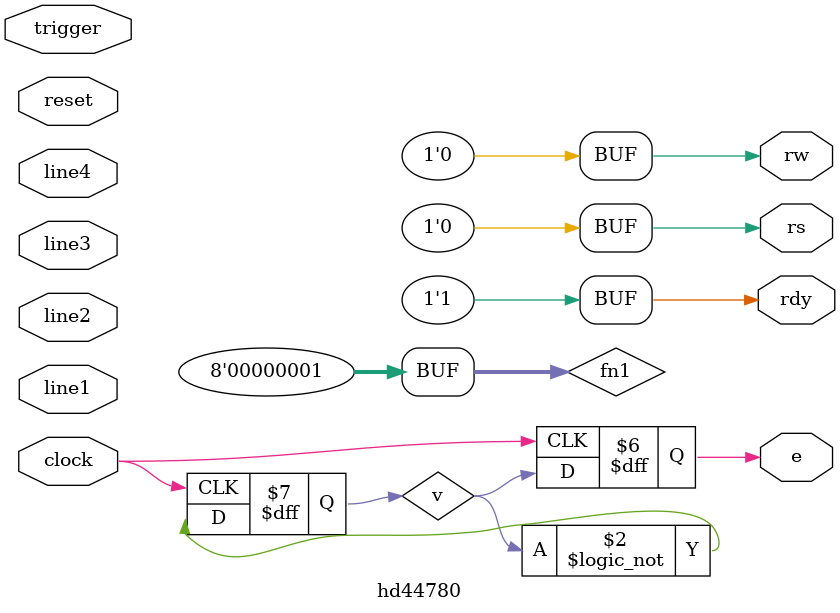
<source format=v>
`define CLOCK_FREQ 500000
`define REG_SIZE 8
`define REG_LIM `REG_SIZE-1
`define LINE_SIZE 16
`define LINE_SIZE_LIM `LINE_SIZE-1
module hd44780(
        input clock, 
        input trigger,
        input reset,
        input [`LINE_SIZE_LIM:0] line1,
        input [`LINE_SIZE_LIM:0] line2,
        input [`LINE_SIZE_LIM:0] line3,
        input [`LINE_SIZE_LIM:0] line4,
        output reg rw,
        output reg rs,
        output reg e,
        output reg rdy
    );

    reg v = 0;
    reg [`REG_LIM:0] fn1 = 1;

    always @(posedge clock) begin
        e <= v;
        v <= !v;
    end

    initial begin
        rw <= 0;
        rs <= 0;
        e <= 0;
        rdy <= 1;
        $display("HD44780 controller");
    end
endmodule

</source>
